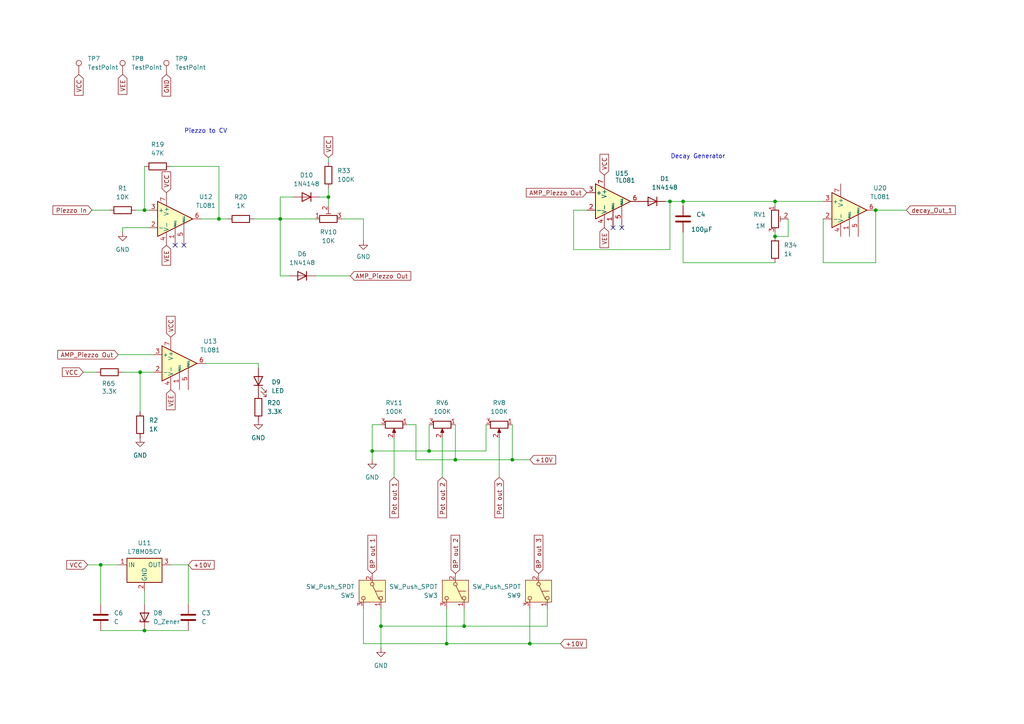
<source format=kicad_sch>
(kicad_sch (version 20250114) (generator "eeschema") (generator_version "9.0")
  (paper "A4")
  (lib_symbols
    (symbol "Amplifier_Operational:TL081" (pin_names (offset 0.127))
      (property "Reference" "U" (at 0 6.35 0))
      (property "Value" "TL081" (at 0 3.81 0))
      (symbol "TL081_0_1"
        (polyline (pts (xy -5.08 5.08) (xy 5.08 0) (xy -5.08 -5.08) (xy -5.08 5.08)) (stroke (width 0.254)) (fill (type background)))
      )
      (symbol "TL081_1_1"
        (pin input line (at -7.62 2.54 0) (length 2.54) (name "+") (number "3"))
        (pin input line (at -7.62 -2.54 0) (length 2.54) (name "-") (number "2"))
        (pin power_in line (at -2.54 7.62 270) (length 3.81) (name "V+") (number "7"))
        (pin power_in line (at -2.54 -7.62 90) (length 3.81) (name "V-") (number "4"))
        (pin no_connect line (at 0 2.54 270) (length 2.54) (hide yes) (name "NC") (number "8"))
        (pin input line (at 0 -7.62 90) (length 5.08) (name "NULL") (number "1"))
        (pin input line (at 2.54 -7.62 90) (length 6.35) (name "NULL") (number "5"))
        (pin output line (at 7.62 0 180) (length 2.54) (name "~") (number "6"))
      )
    )
    (symbol "Connector:TestPoint" (pin_numbers (hide yes)) (pin_names (offset 0.762) (hide yes))
      (property "Reference" "TP" (at 0 6.858 0))
      (property "Value" "TestPoint" (at 0 5.08 0))
      (symbol "TestPoint_0_1"
        (circle (center 0 3.302) (radius 0.762))
      )
      (symbol "TestPoint_1_1"
        (pin passive line (at 0 0 90) (length 2.54) (name "1") (number "1"))
      )
    )
    (symbol "Device:C" (pin_numbers (hide yes)) (pin_names (offset 0.254))
      (property "Reference" "C" (at 0.635 2.54 0))
      (property "Value" "C" (at 0.635 -2.54 0))
      (symbol "C_0_1"
        (polyline (pts (xy -2.032 0.762) (xy 2.032 0.762)) (stroke (width 0.508)))
        (polyline (pts (xy -2.032 -0.762) (xy 2.032 -0.762)) (stroke (width 0.508)))
      )
      (symbol "C_1_1"
        (pin passive line (at 0 3.81 270) (length 2.794) (name "~") (number "1"))
        (pin passive line (at 0 -3.81 90) (length 2.794) (name "~") (number "2"))
      )
    )
    (symbol "Device:D_Zener" (pin_numbers (hide yes)) (pin_names (offset 1.016) (hide yes))
      (property "Reference" "D" (at 0 2.54 0))
      (property "Value" "D_Zener" (at 0 -2.54 0))
      (symbol "D_Zener_0_1"
        (polyline (pts (xy -1.27 -1.27) (xy -1.27 1.27) (xy -0.762 1.27)) (stroke (width 0.254)))
        (polyline (pts (xy 1.27 0) (xy -1.27 0)))
        (polyline (pts (xy 1.27 -1.27) (xy 1.27 1.27) (xy -1.27 0) (xy 1.27 -1.27)) (stroke (width 0.254)))
      )
      (symbol "D_Zener_1_1"
        (pin passive line (at -3.81 0 0) (length 2.54) (name "K") (number "1"))
        (pin passive line (at 3.81 0 180) (length 2.54) (name "A") (number "2"))
      )
    )
    (symbol "Device:LED" (pin_numbers (hide yes)) (pin_names (offset 1.016) (hide yes))
      (property "Reference" "D" (at 0 2.54 0))
      (property "Value" "LED" (at 0 -2.54 0))
      (symbol "LED_0_1"
        (polyline (pts (xy -3.048 -0.762) (xy -4.572 -2.286) (xy -3.81 -2.286) (xy -4.572 -2.286) (xy -4.572 -1.524)))
        (polyline (pts (xy -1.778 -0.762) (xy -3.302 -2.286) (xy -2.54 -2.286) (xy -3.302 -2.286) (xy -3.302 -1.524)))
        (polyline (pts (xy -1.27 0) (xy 1.27 0)))
        (polyline (pts (xy -1.27 -1.27) (xy -1.27 1.27)) (stroke (width 0.254)))
        (polyline (pts (xy 1.27 -1.27) (xy 1.27 1.27) (xy -1.27 0) (xy 1.27 -1.27)) (stroke (width 0.254)))
      )
      (symbol "LED_1_1"
        (pin passive line (at -3.81 0 0) (length 2.54) (name "K") (number "1"))
        (pin passive line (at 3.81 0 180) (length 2.54) (name "A") (number "2"))
      )
    )
    (symbol "Device:R" (pin_numbers (hide yes)) (pin_names (offset 0))
      (property "Reference" "R" (at 2.032 0 90))
      (property "Value" "R" (at 0 0 90))
      (symbol "R_0_1"
        (rectangle (start -1.016 -2.54) (end 1.016 2.54) (stroke (width 0.254)))
      )
      (symbol "R_1_1"
        (pin passive line (at 0 3.81 270) (length 1.27) (name "~") (number "1"))
        (pin passive line (at 0 -3.81 90) (length 1.27) (name "~") (number "2"))
      )
    )
    (symbol "Device:R_Potentiometer" (pin_names (offset 1.016) (hide yes))
      (property "Reference" "RV" (at -4.445 0 90))
      (property "Value" "R_Potentiometer" (at -2.54 0 90))
      (symbol "R_Potentiometer_0_1"
        (rectangle (start 1.016 2.54) (end -1.016 -2.54) (stroke (width 0.254)))
        (polyline (pts (xy 1.143 0) (xy 2.286 0.508) (xy 2.286 -0.508) (xy 1.143 0)) (fill (type outline)))
        (polyline (pts (xy 2.54 0) (xy 1.524 0)))
      )
      (symbol "R_Potentiometer_1_1"
        (pin passive line (at 0 3.81 270) (length 1.27) (name "1") (number "1"))
        (pin passive line (at 0 -3.81 90) (length 1.27) (name "3") (number "3"))
        (pin passive line (at 3.81 0 180) (length 1.27) (name "2") (number "2"))
      )
    )
    (symbol "Device:R_Potentiometer_Trim" (pin_names (offset 1.016) (hide yes))
      (property "Reference" "RV" (at -4.445 0 90))
      (property "Value" "R_Potentiometer_Trim" (at -2.54 0 90))
      (symbol "R_Potentiometer_Trim_0_1"
        (rectangle (start 1.016 2.54) (end -1.016 -2.54) (stroke (width 0.254)))
        (polyline (pts (xy 1.524 0.762) (xy 1.524 -0.762)))
        (polyline (pts (xy 2.54 0) (xy 1.524 0)))
      )
      (symbol "R_Potentiometer_Trim_1_1"
        (pin passive line (at 0 3.81 270) (length 1.27) (name "1") (number "1"))
        (pin passive line (at 0 -3.81 90) (length 1.27) (name "3") (number "3"))
        (pin passive line (at 3.81 0 180) (length 1.27) (name "2") (number "2"))
      )
    )
    (symbol "Diode:1N4148" (pin_numbers (hide yes)) (pin_names (hide yes))
      (property "Reference" "D" (at 0 2.54 0))
      (property "Value" "1N4148" (at 0 -2.54 0))
      (symbol "1N4148_0_1"
        (polyline (pts (xy -1.27 1.27) (xy -1.27 -1.27)) (stroke (width 0.254)))
        (polyline (pts (xy 1.27 1.27) (xy 1.27 -1.27) (xy -1.27 0) (xy 1.27 1.27)) (stroke (width 0.254)))
        (polyline (pts (xy 1.27 0) (xy -1.27 0)))
      )
      (symbol "1N4148_1_1"
        (pin passive line (at -3.81 0 0) (length 2.54) (name "K") (number "1"))
        (pin passive line (at 3.81 0 180) (length 2.54) (name "A") (number "2"))
      )
    )
    (symbol "Diode:1N4148WT" (pin_numbers (hide yes)) (pin_names (hide yes))
      (property "Reference" "D" (at 0 2.54 0))
      (property "Value" "1N4148WT" (at 0 -2.54 0))
      (symbol "1N4148WT_0_1"
        (polyline (pts (xy -1.27 1.27) (xy -1.27 -1.27)) (stroke (width 0.254)))
        (polyline (pts (xy 1.27 1.27) (xy 1.27 -1.27) (xy -1.27 0) (xy 1.27 1.27)) (stroke (width 0.254)))
        (polyline (pts (xy 1.27 0) (xy -1.27 0)))
      )
      (symbol "1N4148WT_1_1"
        (pin passive line (at -3.81 0 0) (length 2.54) (name "K") (number "1"))
        (pin passive line (at 3.81 0 180) (length 2.54) (name "A") (number "2"))
      )
    )
    (symbol "Regulator_Linear:L7805" (pin_names (offset 0.254))
      (property "Reference" "U" (at -3.81 3.175 0))
      (property "Value" "L7805" (at 0 3.175 0))
      (symbol "L7805_0_1"
        (rectangle (start -5.08 1.905) (end 5.08 -5.08) (stroke (width 0.254)) (fill (type background)))
      )
      (symbol "L7805_1_1"
        (pin power_in line (at -7.62 0 0) (length 2.54) (name "IN") (number "1"))
        (pin power_in line (at 0 -7.62 90) (length 2.54) (name "GND") (number "2"))
        (pin power_out line (at 7.62 0 180) (length 2.54) (name "OUT") (number "3"))
      )
    )
    (symbol "Switch:SW_Push_SPDT" (pin_names (offset 0) (hide yes))
      (property "Reference" "SW" (at 0 5.08 0))
      (property "Value" "SW_Push_SPDT" (at 0 -5.08 0))
      (symbol "SW_Push_SPDT_0_0"
        (circle (center -2.032 0) (radius 0.508))
        (polyline (pts (xy 0 1.016) (xy 0 3.048)))
        (circle (center 2.032 -2.54) (radius 0.508))
      )
      (symbol "SW_Push_SPDT_0_1"
        (polyline (pts (xy -1.524 0.2032) (xy 2.3368 1.9812)))
        (circle (center 2.032 2.54) (radius 0.508))
      )
      (symbol "SW_Push_SPDT_1_1"
        (rectangle (start -3.175 3.81) (end 3.175 -3.81) (fill (type background)))
        (pin passive line (at -5.08 0 0) (length 2.54) (name "B") (number "2"))
        (pin passive line (at 5.08 2.54 180) (length 2.54) (name "A") (number "1"))
        (pin passive line (at 5.08 -2.54 180) (length 2.54) (name "C") (number "3"))
      )
    )
    (symbol "power:GND" (power) (pin_numbers (hide yes)) (pin_names (offset 0) (hide yes))
      (property "Value" "GND" (at 0 -3.81 0))
      (symbol "GND_0_1"
        (polyline (pts (xy 0 0) (xy 0 -1.27) (xy 1.27 -1.27) (xy 0 -2.54) (xy -1.27 -1.27) (xy 0 -1.27)))
      )
      (symbol "GND_1_1"
        (pin power_in line (at 0 0 270) (length 0) (name "~") (number "1"))
      )
    )
  )
  (text "Decay Generator\n" (at 202.438 45.466 0) (effects (font (size 1.27 1.27))))
  (text "Piezzo to CV" (at 59.69 38.1 0) (effects (font (size 1.27 1.27))))
  (junction (at 29.21 163.83))
  (junction (at 107.95 130.81))
  (junction (at 81.28 63.5))
  (junction (at 254 60.96))
  (junction (at 224.79 68.58))
  (junction (at 153.67 186.69))
  (junction (at 41.91 182.88))
  (junction (at 110.49 181.61))
  (junction (at 132.08 133.35))
  (junction (at 198.12 58.42))
  (junction (at 95.25 57.15))
  (junction (at 41.91 60.96))
  (junction (at 194.31 58.42))
  (junction (at 134.62 181.61))
  (junction (at 124.46 130.81))
  (junction (at 63.5 63.5))
  (junction (at 224.79 58.42))
  (junction (at 40.64 107.95))
  (junction (at 129.54 186.69))
  (junction (at 148.59 133.35))
  (no_connect (at 180.34 66.04))
  (no_connect (at 53.34 71.12))
  (no_connect (at 50.8 71.12))
  (no_connect (at 177.8 66.04))
  (wire (pts (xy 43.18 66.04) (xy 35.56 66.04)))
  (wire (pts (xy 224.79 67.31) (xy 224.79 68.58)))
  (wire (pts (xy 134.62 176.53) (xy 134.62 181.61)))
  (wire (pts (xy 140.97 123.19) (xy 140.97 130.81)))
  (wire (pts (xy 198.12 58.42) (xy 224.79 58.42)))
  (wire (pts (xy 29.21 182.88) (xy 41.91 182.88)))
  (wire (pts (xy 92.71 57.15) (xy 95.25 57.15)))
  (wire (pts (xy 99.06 63.5) (xy 105.41 63.5)))
  (wire (pts (xy 153.67 186.69) (xy 162.56 186.69)))
  (wire (pts (xy 198.12 67.31) (xy 198.12 76.2)))
  (wire (pts (xy 140.97 130.81) (xy 124.46 130.81)))
  (wire (pts (xy 148.59 123.19) (xy 148.59 133.35)))
  (wire (pts (xy 129.54 176.53) (xy 129.54 186.69)))
  (wire (pts (xy 124.46 123.19) (xy 124.46 130.81)))
  (wire (pts (xy 238.76 63.5) (xy 238.76 76.2)))
  (wire (pts (xy 118.11 123.19) (xy 120.65 123.19)))
  (wire (pts (xy 24.13 107.95) (xy 27.94 107.95)))
  (wire (pts (xy 120.65 133.35) (xy 132.08 133.35)))
  (wire (pts (xy 73.66 63.5) (xy 81.28 63.5)))
  (wire (pts (xy 81.28 57.15) (xy 81.28 63.5)))
  (wire (pts (xy 95.25 57.15) (xy 95.25 59.69)))
  (wire (pts (xy 110.49 176.53) (xy 110.49 181.61)))
  (wire (pts (xy 95.25 54.61) (xy 95.25 57.15)))
  (wire (pts (xy 39.37 60.96) (xy 41.91 60.96)))
  (wire (pts (xy 74.93 105.41) (xy 74.93 106.68)))
  (wire (pts (xy 81.28 63.5) (xy 91.44 63.5)))
  (wire (pts (xy 35.56 66.04) (xy 35.56 67.31)))
  (wire (pts (xy 120.65 123.19) (xy 120.65 133.35)))
  (wire (pts (xy 41.91 60.96) (xy 41.91 48.26)))
  (wire (pts (xy 107.95 123.19) (xy 110.49 123.19)))
  (wire (pts (xy 95.25 45.72) (xy 95.25 46.99)))
  (wire (pts (xy 41.91 182.88) (xy 54.61 182.88)))
  (wire (pts (xy 54.61 163.83) (xy 54.61 175.26)))
  (wire (pts (xy 63.5 63.5) (xy 66.04 63.5)))
  (wire (pts (xy 194.31 58.42) (xy 198.12 58.42)))
  (wire (pts (xy 132.08 123.19) (xy 132.08 133.35)))
  (wire (pts (xy 194.31 58.42) (xy 194.31 72.39)))
  (wire (pts (xy 129.54 186.69) (xy 153.67 186.69)))
  (wire (pts (xy 198.12 76.2) (xy 224.79 76.2)))
  (wire (pts (xy 158.75 176.53) (xy 158.75 181.61)))
  (wire (pts (xy 63.5 48.26) (xy 63.5 63.5)))
  (wire (pts (xy 49.53 163.83) (xy 54.61 163.83)))
  (wire (pts (xy 34.29 102.87) (xy 44.45 102.87)))
  (wire (pts (xy 41.91 171.45) (xy 41.91 175.26)))
  (wire (pts (xy 110.49 181.61) (xy 110.49 187.96)))
  (wire (pts (xy 105.41 176.53) (xy 105.41 186.69)))
  (wire (pts (xy 105.41 63.5) (xy 105.41 69.85)))
  (wire (pts (xy 198.12 58.42) (xy 198.12 59.69)))
  (wire (pts (xy 29.21 163.83) (xy 29.21 175.26)))
  (wire (pts (xy 228.6 68.58) (xy 224.79 68.58)))
  (wire (pts (xy 40.64 107.95) (xy 44.45 107.95)))
  (wire (pts (xy 58.42 63.5) (xy 63.5 63.5)))
  (wire (pts (xy 26.67 60.96) (xy 31.75 60.96)))
  (wire (pts (xy 148.59 133.35) (xy 153.67 133.35)))
  (wire (pts (xy 107.95 130.81) (xy 124.46 130.81)))
  (wire (pts (xy 166.37 72.39) (xy 166.37 60.96)))
  (wire (pts (xy 193.04 58.42) (xy 194.31 58.42)))
  (wire (pts (xy 194.31 72.39) (xy 166.37 72.39)))
  (wire (pts (xy 41.91 60.96) (xy 43.18 60.96)))
  (wire (pts (xy 59.69 105.41) (xy 74.93 105.41)))
  (wire (pts (xy 107.95 130.81) (xy 107.95 133.35)))
  (wire (pts (xy 25.4 163.83) (xy 29.21 163.83)))
  (wire (pts (xy 158.75 181.61) (xy 134.62 181.61)))
  (wire (pts (xy 254 60.96) (xy 262.89 60.96)))
  (wire (pts (xy 91.44 80.01) (xy 101.6 80.01)))
  (wire (pts (xy 128.27 127) (xy 128.27 138.43)))
  (wire (pts (xy 228.6 63.5) (xy 228.6 68.58)))
  (wire (pts (xy 29.21 163.83) (xy 34.29 163.83)))
  (wire (pts (xy 132.08 133.35) (xy 148.59 133.35)))
  (wire (pts (xy 81.28 57.15) (xy 85.09 57.15)))
  (wire (pts (xy 254 76.2) (xy 254 60.96)))
  (wire (pts (xy 134.62 181.61) (xy 110.49 181.61)))
  (wire (pts (xy 49.53 48.26) (xy 63.5 48.26)))
  (wire (pts (xy 35.56 107.95) (xy 40.64 107.95)))
  (wire (pts (xy 114.3 127) (xy 114.3 138.43)))
  (wire (pts (xy 81.28 80.01) (xy 83.82 80.01)))
  (wire (pts (xy 153.67 176.53) (xy 153.67 186.69)))
  (wire (pts (xy 224.79 58.42) (xy 224.79 59.69)))
  (wire (pts (xy 105.41 186.69) (xy 129.54 186.69)))
  (wire (pts (xy 166.37 60.96) (xy 170.18 60.96)))
  (wire (pts (xy 238.76 76.2) (xy 254 76.2)))
  (wire (pts (xy 40.64 119.38) (xy 40.64 107.95)))
  (wire (pts (xy 81.28 63.5) (xy 81.28 80.01)))
  (wire (pts (xy 224.79 58.42) (xy 238.76 58.42)))
  (wire (pts (xy 144.78 127) (xy 144.78 138.43)))
  (wire (pts (xy 107.95 123.19) (xy 107.95 130.81)))
  (global_label "AMP_Piezzo Out" (shape input) (at 34.29 102.87 180) (property "Intersheetrefs" "${INTERSHEET_REFS}" (effects (hide yes))))
  (global_label "decay_Out_1" (shape input) (at 262.89 60.96 0) (property "Intersheetrefs" "${INTERSHEET_REFS}" (effects (hide yes))))
  (global_label "VCC" (shape input) (at 24.13 107.95 180) (property "Intersheetrefs" "${INTERSHEET_REFS}" (effects (hide yes))))
  (global_label "BP out 1" (shape input) (at 107.95 166.37 90) (property "Intersheetrefs" "${INTERSHEET_REFS}" (effects (hide yes))))
  (global_label "VCC" (shape input) (at 22.86 21.59 270) (property "Intersheetrefs" "${INTERSHEET_REFS}" (effects (hide yes))))
  (global_label "+10V" (shape input) (at 162.56 186.69 0) (property "Intersheetrefs" "${INTERSHEET_REFS}" (effects (hide yes))))
  (global_label "VCC" (shape input) (at 175.26 50.8 90) (property "Intersheetrefs" "${INTERSHEET_REFS}" (effects (hide yes))))
  (global_label "AMP_Piezzo Out" (shape input) (at 101.6 80.01 0) (property "Intersheetrefs" "${INTERSHEET_REFS}" (effects (hide yes))))
  (global_label "VEE" (shape input) (at 175.26 66.04 270) (property "Intersheetrefs" "${INTERSHEET_REFS}" (effects (hide yes))))
  (global_label "Piezzo In" (shape input) (at 26.67 60.96 180) (property "Intersheetrefs" "${INTERSHEET_REFS}" (effects (hide yes))))
  (global_label "+10V" (shape input) (at 54.61 163.83 0) (property "Intersheetrefs" "${INTERSHEET_REFS}" (effects (hide yes))))
  (global_label "+10V" (shape input) (at 153.67 133.35 0) (property "Intersheetrefs" "${INTERSHEET_REFS}" (effects (hide yes))))
  (global_label "BP out 3" (shape input) (at 156.21 166.37 90) (property "Intersheetrefs" "${INTERSHEET_REFS}" (effects (hide yes))))
  (global_label "AMP_Piezzo Out" (shape input) (at 170.18 55.88 180) (property "Intersheetrefs" "${INTERSHEET_REFS}" (effects (hide yes))))
  (global_label "VCC" (shape input) (at 95.25 45.72 90) (property "Intersheetrefs" "${INTERSHEET_REFS}" (effects (hide yes))))
  (global_label "VCC" (shape input) (at 49.53 97.79 90) (property "Intersheetrefs" "${INTERSHEET_REFS}" (effects (hide yes))))
  (global_label "GND" (shape input) (at 48.26 21.59 270) (property "Intersheetrefs" "${INTERSHEET_REFS}" (effects (hide yes))))
  (global_label "VCC" (shape input) (at 48.26 55.88 90) (property "Intersheetrefs" "${INTERSHEET_REFS}" (effects (hide yes))))
  (global_label "BP out 2" (shape input) (at 132.08 166.37 90) (property "Intersheetrefs" "${INTERSHEET_REFS}" (effects (hide yes))))
  (global_label "VEE" (shape input) (at 49.53 113.03 270) (property "Intersheetrefs" "${INTERSHEET_REFS}" (effects (hide yes))))
  (global_label "VEE" (shape input) (at 48.26 71.12 270) (property "Intersheetrefs" "${INTERSHEET_REFS}" (effects (hide yes))))
  (global_label "Pot out 1" (shape input) (at 114.3 138.43 270) (property "Intersheetrefs" "${INTERSHEET_REFS}" (effects (hide yes))))
  (global_label "Pot out 3" (shape input) (at 144.78 138.43 270) (property "Intersheetrefs" "${INTERSHEET_REFS}" (effects (hide yes))))
  (global_label "Pot out 2" (shape input) (at 128.27 138.43 270) (property "Intersheetrefs" "${INTERSHEET_REFS}" (effects (hide yes))))
  (global_label "VCC" (shape input) (at 25.4 163.83 180) (property "Intersheetrefs" "${INTERSHEET_REFS}" (effects (hide yes))))
  (global_label "VEE" (shape input) (at 35.56 21.59 270) (property "Intersheetrefs" "${INTERSHEET_REFS}" (effects (hide yes))))
  (symbol (lib_id "Device:R") (at 31.75 107.95 90) (unit 1)
    (property "Reference" "R65" (at 31.496 111.252 90))
    (property "Value" "3.3K" (at 31.75 113.538 90))
    (property "Description" "Resistor" (effects (hide yes)))
  )
  (symbol (lib_id "Device:R") (at 45.72 48.26 90) (unit 1)
    (property "Reference" "R19" (at 45.72 41.91 90))
    (property "Value" "47K" (at 45.72 44.45 90))
    (property "Description" "Resistor" (effects (hide yes)))
  )
  (symbol (lib_id "Device:R_Potentiometer_Trim") (at 224.79 63.5 0) (unit 1)
    (property "Reference" "RV1" (at 222.25 62.2299 0) (effects (justify right)))
    (property "Value" "1M" (at 221.996 65.532 0) (effects (justify right)))
    (property "Footprint" "Resistor_THT:R_Axial_DIN0204_L3.6mm_D1.6mm_P1.90mm_Vertical" (effects (hide yes)))
    (property "Description" "Trim-potentiometer" (effects (hide yes)))
  )
  (symbol (lib_id "Device:C") (at 29.21 179.07 0) (unit 1)
    (property "Reference" "C6" (at 33.02 177.7999 0) (effects (justify left)))
    (property "Value" "C" (at 33.02 180.3399 0) (effects (justify left)))
    (property "Description" "Unpolarized capacitor" (effects (hide yes)))
  )
  (symbol (lib_id "Amplifier_Operational:TL081") (at 50.8 63.5 0) (unit 1)
    (property "Reference" "U12" (at 59.69 57.0798 0))
    (property "Value" "TL081" (at 59.69 59.6198 0))
    (property "Datasheet" "http://www.ti.com/lit/ds/symlink/tl081.pdf" (effects (hide yes)))
    (property "Description" "Single JFET-Input Operational Amplifiers, DIP-8/SOIC-8" (effects (hide yes)))
  )
  (symbol (lib_id "Connector:TestPoint") (at 22.86 21.59 0) (unit 1)
    (property "Reference" "TP7" (at 25.4 17.0179 0) (effects (justify left)))
    (property "Value" "TestPoint" (at 25.4 19.5579 0) (effects (justify left)))
    (property "Description" "test point" (effects (hide yes)))
  )
  (symbol (lib_id "power:GND") (at 40.64 127 0) (unit 1)
    (property "Reference" "#PWR020" (effects (hide yes)))
    (property "Value" "GND" (at 40.64 132.08 0))
    (property "Description" "Power symbol creates a global label with name \"GND\" , ground" (effects (hide yes)))
  )
  (symbol (lib_id "Connector:TestPoint") (at 48.26 21.59 0) (unit 1)
    (property "Reference" "TP9" (at 50.8 17.0179 0) (effects (justify left)))
    (property "Value" "TestPoint" (at 50.8 19.5579 0) (effects (justify left)))
    (property "Description" "test point" (effects (hide yes)))
  )
  (symbol (lib_id "Connector:TestPoint") (at 35.56 21.59 0) (unit 1)
    (property "Reference" "TP8" (at 38.1 17.0179 0) (effects (justify left)))
    (property "Value" "TestPoint" (at 38.1 19.5579 0) (effects (justify left)))
    (property "Description" "test point" (effects (hide yes)))
  )
  (symbol (lib_id "Device:D_Zener") (at 41.91 179.07 90) (unit 1)
    (property "Reference" "D8" (at 44.45 177.7999 90) (effects (justify right)))
    (property "Value" "D_Zener" (at 44.45 180.3399 90) (effects (justify right)))
    (property "Description" "Zener diode" (effects (hide yes)))
  )
  (symbol (lib_id "Device:R_Potentiometer") (at 114.3 123.19 270) (unit 1)
    (property "Reference" "RV11" (at 114.3 116.84 90))
    (property "Value" "100K" (at 114.3 119.38 90))
    (property "Description" "Potentiometer" (effects (hide yes)))
  )
  (symbol (lib_id "power:GND") (at 110.49 187.96 0) (unit 1)
    (property "Reference" "#PWR024" (effects (hide yes)))
    (property "Value" "GND" (at 110.49 193.04 0))
    (property "Description" "Power symbol creates a global label with name \"GND\" , ground" (effects (hide yes)))
  )
  (symbol (lib_id "Switch:SW_Push_SPDT") (at 156.21 171.45 270) (unit 1)
    (property "Reference" "SW9" (at 151.13 172.7201 90) (effects (justify right)))
    (property "Value" "SW_Push_SPDT" (at 151.13 170.1801 90) (effects (justify right)))
    (property "Description" "Momentary Switch, single pole double throw" (effects (hide yes)))
  )
  (symbol (lib_id "Device:R") (at 35.56 60.96 90) (unit 1)
    (property "Reference" "R1" (at 35.56 54.61 90))
    (property "Value" "10K" (at 35.56 57.15 90))
    (property "Description" "Resistor" (effects (hide yes)))
  )
  (symbol (lib_id "Device:C") (at 198.12 63.5 0) (unit 1)
    (property "Reference" "C4" (at 201.93 62.2299 0) (effects (justify left)))
    (property "Value" "100µF" (at 200.406 66.548 0) (effects (justify left)))
    (property "Footprint" "Capacitor_THT:C_Axial_L3.8mm_D2.6mm_P7.50mm_Horizontal" (effects (hide yes)))
    (property "Description" "Unpolarized capacitor" (effects (hide yes)))
  )
  (symbol (lib_id "Device:LED") (at 74.93 110.49 90) (unit 1)
    (property "Reference" "D9" (at 78.74 110.8074 90) (effects (justify right)))
    (property "Value" "LED" (at 78.74 113.3474 90) (effects (justify right)))
    (property "Description" "Light emitting diode" (effects (hide yes)))
    (property "Sim.Pins" "1=K 2=A" (effects (hide yes)))
  )
  (symbol (lib_id "Device:R") (at 224.79 72.39 0) (unit 1)
    (property "Reference" "R34" (at 227.33 71.1199 0) (effects (justify left)))
    (property "Value" "1k" (at 227.33 73.6599 0) (effects (justify left)))
    (property "Footprint" "Resistor_THT:R_Axial_DIN0204_L3.6mm_D1.6mm_P5.08mm_Horizontal" (effects (hide yes)))
    (property "Description" "Resistor" (effects (hide yes)))
  )
  (symbol (lib_id "power:GND") (at 107.95 133.35 0) (unit 1)
    (property "Reference" "#PWR023" (effects (hide yes)))
    (property "Value" "GND" (at 107.95 138.43 0))
    (property "Description" "Power symbol creates a global label with name \"GND\" , ground" (effects (hide yes)))
  )
  (symbol (lib_id "Amplifier_Operational:TL081") (at 246.38 60.96 0) (unit 1)
    (property "Reference" "U20" (at 255.27 54.5398 0))
    (property "Value" "TL081" (at 255.27 57.0798 0))
    (property "Datasheet" "http://www.ti.com/lit/ds/symlink/tl081.pdf" (effects (hide yes)))
    (property "Description" "Single JFET-Input Operational Amplifiers, DIP-8/SOIC-8" (effects (hide yes)))
  )
  (symbol (lib_id "Device:R") (at 74.93 118.11 0) (unit 1)
    (property "Reference" "R20" (at 77.47 116.8399 0) (effects (justify left)))
    (property "Value" "3.3K" (at 77.47 119.3799 0) (effects (justify left)))
    (property "Description" "Resistor" (effects (hide yes)))
  )
  (symbol (lib_id "Device:R") (at 95.25 50.8 0) (unit 1)
    (property "Reference" "R33" (at 97.79 49.5299 0) (effects (justify left)))
    (property "Value" "100K" (at 97.79 52.0699 0) (effects (justify left)))
    (property "Description" "Resistor" (effects (hide yes)))
  )
  (symbol (lib_id "power:GND") (at 35.56 67.31 0) (unit 1)
    (property "Reference" "#PWR019" (effects (hide yes)))
    (property "Value" "GND" (at 35.56 72.39 0))
    (property "Description" "Power symbol creates a global label with name \"GND\" , ground" (effects (hide yes)))
  )
  (symbol (lib_id "Switch:SW_Push_SPDT") (at 132.08 171.45 270) (unit 1)
    (property "Reference" "SW3" (at 127 172.7201 90) (effects (justify right)))
    (property "Value" "SW_Push_SPDT" (at 127 170.1801 90) (effects (justify right)))
    (property "Description" "Momentary Switch, single pole double throw" (effects (hide yes)))
  )
  (symbol (lib_id "Device:R_Potentiometer_Trim") (at 95.25 63.5 90) (unit 1)
    (property "Reference" "RV10" (at 95.25 67.31 90))
    (property "Value" "10K" (at 95.25 69.85 90))
    (property "Description" "Trim-potentiometer" (effects (hide yes)))
  )
  (symbol (lib_id "Device:C") (at 54.61 179.07 0) (unit 1)
    (property "Reference" "C3" (at 58.42 177.7999 0) (effects (justify left)))
    (property "Value" "C" (at 58.42 180.3399 0) (effects (justify left)))
    (property "Description" "Unpolarized capacitor" (effects (hide yes)))
  )
  (symbol (lib_id "Diode:1N4148") (at 189.23 58.42 180) (unit 1)
    (property "Reference" "D1" (at 192.786 51.816 0))
    (property "Value" "1N4148" (at 192.786 54.356 0))
    (property "Footprint" "Diode_THT:D_DO-35_SOD27_P7.62mm_Horizontal" (effects (hide yes)))
    (property "Datasheet" "https://assets.nexperia.com/documents/data-sheet/1N4148_1N4448.pdf" (effects (hide yes)))
    (property "Description" "100V 0.15A standard switching diode, DO-35" (effects (hide yes)))
    (property "Sim.Device" "D" (effects (hide yes)))
    (property "Sim.Pins" "1=K 2=A" (effects (hide yes)))
  )
  (symbol (lib_id "Switch:SW_Push_SPDT") (at 107.95 171.45 270) (unit 1)
    (property "Reference" "SW5" (at 102.87 172.7201 90) (effects (justify right)))
    (property "Value" "SW_Push_SPDT" (at 102.87 170.1801 90) (effects (justify right)))
    (property "Description" "Momentary Switch, single pole double throw" (effects (hide yes)))
  )
  (symbol (lib_id "power:GND") (at 74.93 121.92 0) (unit 1)
    (property "Reference" "#PWR021" (effects (hide yes)))
    (property "Value" "GND" (at 74.93 127 0))
    (property "Description" "Power symbol creates a global label with name \"GND\" , ground" (effects (hide yes)))
  )
  (symbol (lib_id "Device:R") (at 40.64 123.19 0) (unit 1)
    (property "Reference" "R2" (at 43.18 121.9199 0) (effects (justify left)))
    (property "Value" "1K" (at 43.18 124.4599 0) (effects (justify left)))
    (property "Description" "Resistor" (effects (hide yes)))
  )
  (symbol (lib_id "Device:R") (at 69.85 63.5 90) (unit 1)
    (property "Reference" "R20" (at 69.85 57.15 90))
    (property "Value" "1K" (at 69.85 59.69 90))
    (property "Description" "Resistor" (effects (hide yes)))
  )
  (symbol (lib_id "Amplifier_Operational:TL081") (at 52.07 105.41 0) (unit 1)
    (property "Reference" "U13" (at 60.96 98.9898 0))
    (property "Value" "TL081" (at 60.96 101.5298 0))
    (property "Datasheet" "http://www.ti.com/lit/ds/symlink/tl081.pdf" (effects (hide yes)))
    (property "Description" "Single JFET-Input Operational Amplifiers, DIP-8/SOIC-8" (effects (hide yes)))
  )
  (symbol (lib_id "Diode:1N4148WT") (at 87.63 80.01 180) (unit 1)
    (property "Reference" "D6" (at 87.63 73.66 0))
    (property "Value" "1N4148" (at 87.63 76.2 0))
    (property "Footprint" "Diode_SMD:D_SOD-523" (effects (hide yes)))
    (property "Datasheet" "https://www.diodes.com/assets/Datasheets/ds30396.pdf" (effects (hide yes)))
    (property "Description" "75V 0.15A Fast switching Diode, SOD-523" (effects (hide yes)))
    (property "Sim.Device" "D" (effects (hide yes)))
    (property "Sim.Pins" "1=K 2=A" (effects (hide yes)))
  )
  (symbol (lib_id "power:GND") (at 105.41 69.85 0) (unit 1)
    (property "Reference" "#PWR022" (effects (hide yes)))
    (property "Value" "GND" (at 105.41 74.422 0))
    (property "Description" "Power symbol creates a global label with name \"GND\" , ground" (effects (hide yes)))
  )
  (symbol (lib_id "Diode:1N4148") (at 88.9 57.15 180) (unit 1)
    (property "Reference" "D10" (at 88.9 50.8 0))
    (property "Value" "1N4148" (at 88.9 53.34 0))
    (property "Footprint" "Diode_THT:D_DO-35_SOD27_P7.62mm_Horizontal" (effects (hide yes)))
    (property "Datasheet" "https://assets.nexperia.com/documents/data-sheet/1N4148_1N4448.pdf" (effects (hide yes)))
    (property "Description" "100V 0.15A standard switching diode, DO-35" (effects (hide yes)))
    (property "Sim.Device" "D" (effects (hide yes)))
    (property "Sim.Pins" "1=K 2=A" (effects (hide yes)))
  )
  (symbol (lib_id "Device:R_Potentiometer") (at 144.78 123.19 270) (unit 1)
    (property "Reference" "RV8" (at 144.78 116.84 90))
    (property "Value" "100K" (at 144.78 119.38 90))
    (property "Description" "Potentiometer" (effects (hide yes)))
  )
  (symbol (lib_id "Amplifier_Operational:TL081") (at 177.8 58.42 0) (unit 1)
    (property "Reference" "U15" (at 180.34 50.292 0))
    (property "Value" "TL081" (at 181.356 52.324 0))
    (property "Datasheet" "http://www.ti.com/lit/ds/symlink/tl081.pdf" (effects (hide yes)))
    (property "Description" "Single JFET-Input Operational Amplifiers, DIP-8/SOIC-8" (effects (hide yes)))
  )
  (symbol (lib_id "Device:R_Potentiometer") (at 128.27 123.19 270) (unit 1)
    (property "Reference" "RV6" (at 128.27 116.84 90))
    (property "Value" "100K" (at 128.27 119.38 90))
    (property "Description" "Potentiometer" (effects (hide yes)))
  )
  (symbol (lib_id "Regulator_Linear:L7805") (at 41.91 163.83 0) (unit 1)
    (property "Reference" "U11" (at 41.91 157.48 0))
    (property "Value" "L78M05CV" (at 41.91 160.02 0))
    (property "Datasheet" "http://www.st.com/content/ccc/resource/technical/document/datasheet/41/4f/b3/b0/12/d4/47/88/CD00000444.pdf/files/CD00000444.pdf/jcr:content/translations/en.CD00000444.pdf" (effects (hide yes)))
    (property "Description" "Positive 1.5A 35V Linear Regulator, Fixed Output 5V, TO-220/TO-263/TO-252" (effects (hide yes)))
  )
)
</source>
